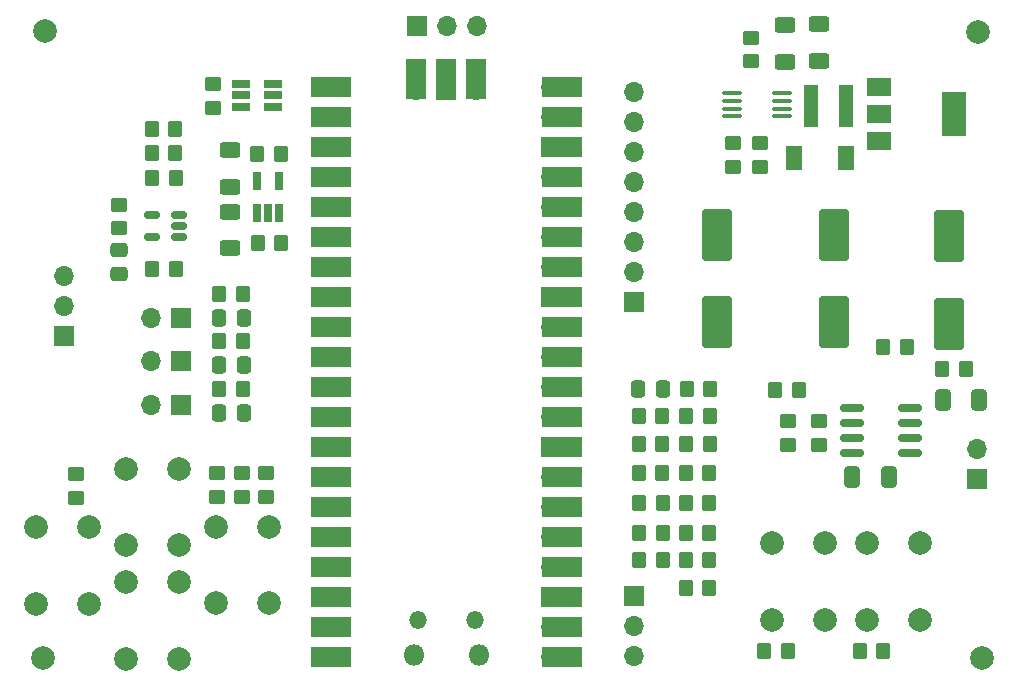
<source format=gbr>
%TF.GenerationSoftware,KiCad,Pcbnew,6.0.7-f9a2dced07~116~ubuntu20.04.1*%
%TF.CreationDate,2022-10-02T17:37:33+02:00*%
%TF.ProjectId,soundseeker,736f756e-6473-4656-956b-65722e6b6963,0.1*%
%TF.SameCoordinates,Original*%
%TF.FileFunction,Soldermask,Top*%
%TF.FilePolarity,Negative*%
%FSLAX46Y46*%
G04 Gerber Fmt 4.6, Leading zero omitted, Abs format (unit mm)*
G04 Created by KiCad (PCBNEW 6.0.7-f9a2dced07~116~ubuntu20.04.1) date 2022-10-02 17:37:33*
%MOMM*%
%LPD*%
G01*
G04 APERTURE LIST*
G04 Aperture macros list*
%AMRoundRect*
0 Rectangle with rounded corners*
0 $1 Rounding radius*
0 $2 $3 $4 $5 $6 $7 $8 $9 X,Y pos of 4 corners*
0 Add a 4 corners polygon primitive as box body*
4,1,4,$2,$3,$4,$5,$6,$7,$8,$9,$2,$3,0*
0 Add four circle primitives for the rounded corners*
1,1,$1+$1,$2,$3*
1,1,$1+$1,$4,$5*
1,1,$1+$1,$6,$7*
1,1,$1+$1,$8,$9*
0 Add four rect primitives between the rounded corners*
20,1,$1+$1,$2,$3,$4,$5,0*
20,1,$1+$1,$4,$5,$6,$7,0*
20,1,$1+$1,$6,$7,$8,$9,0*
20,1,$1+$1,$8,$9,$2,$3,0*%
G04 Aperture macros list end*
%ADD10C,2.000000*%
%ADD11R,1.560000X0.650000*%
%ADD12RoundRect,0.250000X0.475000X-0.337500X0.475000X0.337500X-0.475000X0.337500X-0.475000X-0.337500X0*%
%ADD13RoundRect,0.150000X0.512500X0.150000X-0.512500X0.150000X-0.512500X-0.150000X0.512500X-0.150000X0*%
%ADD14RoundRect,0.250000X0.450000X-0.350000X0.450000X0.350000X-0.450000X0.350000X-0.450000X-0.350000X0*%
%ADD15RoundRect,0.250000X-0.350000X-0.450000X0.350000X-0.450000X0.350000X0.450000X-0.350000X0.450000X0*%
%ADD16RoundRect,0.250000X0.350000X0.450000X-0.350000X0.450000X-0.350000X-0.450000X0.350000X-0.450000X0*%
%ADD17R,1.700000X1.700000*%
%ADD18O,1.700000X1.700000*%
%ADD19RoundRect,0.250000X-0.337500X-0.475000X0.337500X-0.475000X0.337500X0.475000X-0.337500X0.475000X0*%
%ADD20RoundRect,0.250000X0.412500X0.650000X-0.412500X0.650000X-0.412500X-0.650000X0.412500X-0.650000X0*%
%ADD21RoundRect,0.150000X0.825000X0.150000X-0.825000X0.150000X-0.825000X-0.150000X0.825000X-0.150000X0*%
%ADD22RoundRect,0.250000X0.625000X-0.400000X0.625000X0.400000X-0.625000X0.400000X-0.625000X-0.400000X0*%
%ADD23R,0.650000X1.560000*%
%ADD24R,1.700000X3.500000*%
%ADD25R,3.500000X1.700000*%
%ADD26O,1.800000X1.800000*%
%ADD27O,1.500000X1.500000*%
%ADD28R,2.000000X1.500000*%
%ADD29R,2.000000X3.800000*%
%ADD30RoundRect,0.100000X-0.712500X-0.100000X0.712500X-0.100000X0.712500X0.100000X-0.712500X0.100000X0*%
%ADD31RoundRect,0.250000X-1.000000X1.950000X-1.000000X-1.950000X1.000000X-1.950000X1.000000X1.950000X0*%
%ADD32R,1.400000X2.100000*%
%ADD33RoundRect,0.250000X-0.625000X0.400000X-0.625000X-0.400000X0.625000X-0.400000X0.625000X0.400000X0*%
%ADD34RoundRect,0.250000X-0.450000X0.350000X-0.450000X-0.350000X0.450000X-0.350000X0.450000X0.350000X0*%
%ADD35R,1.150000X3.600000*%
%ADD36RoundRect,0.250000X0.337500X0.475000X-0.337500X0.475000X-0.337500X-0.475000X0.337500X-0.475000X0*%
G04 APERTURE END LIST*
D10*
%TO.C,REF\u002A\u002A*%
X193900000Y-123275000D03*
%TD*%
%TO.C,REF\u002A\u002A*%
X193575000Y-70300000D03*
%TD*%
%TO.C,REF\u002A\u002A*%
X114400000Y-123275000D03*
%TD*%
%TO.C,REF\u002A\u002A*%
X114625000Y-70200000D03*
%TD*%
D11*
%TO.C,U5*%
X131225000Y-74700000D03*
X131225000Y-75650000D03*
X131225000Y-76600000D03*
X133925000Y-76600000D03*
X133925000Y-75650000D03*
X133925000Y-74700000D03*
%TD*%
D12*
%TO.C,C7*%
X120875000Y-88700000D03*
X120875000Y-90775000D03*
%TD*%
D13*
%TO.C,U4*%
X125912500Y-87675000D03*
X125912500Y-86725000D03*
X125912500Y-85775000D03*
X123637500Y-85775000D03*
X123637500Y-87675000D03*
%TD*%
D14*
%TO.C,C3*%
X174425000Y-72750000D03*
X174425000Y-70750000D03*
%TD*%
%TO.C,R18*%
X129175000Y-107625000D03*
X129175000Y-109625000D03*
%TD*%
D15*
%TO.C,R5*%
X168850000Y-112675000D03*
X170850000Y-112675000D03*
%TD*%
D16*
%TO.C,R12*%
X166875000Y-102800000D03*
X164875000Y-102800000D03*
%TD*%
D17*
%TO.C,J1*%
X193550000Y-108165000D03*
D18*
X193550000Y-105625000D03*
%TD*%
D14*
%TO.C,C13*%
X177475000Y-105225000D03*
X177475000Y-103225000D03*
%TD*%
D19*
%TO.C,C17*%
X129350000Y-98500000D03*
X131425000Y-98500000D03*
%TD*%
D17*
%TO.C,J4*%
X146110000Y-69775000D03*
D18*
X148650000Y-69775000D03*
X151190000Y-69775000D03*
%TD*%
D15*
%TO.C,C10*%
X123687500Y-90325000D03*
X125687500Y-90325000D03*
%TD*%
%TO.C,R31*%
X129350000Y-100500000D03*
X131350000Y-100500000D03*
%TD*%
D20*
%TO.C,C15*%
X193725000Y-101475000D03*
X190600000Y-101475000D03*
%TD*%
D21*
%TO.C,U3*%
X187850000Y-105905000D03*
X187850000Y-104635000D03*
X187850000Y-103365000D03*
X187850000Y-102095000D03*
X182900000Y-102095000D03*
X182900000Y-103365000D03*
X182900000Y-104635000D03*
X182900000Y-105905000D03*
%TD*%
D22*
%TO.C,C21*%
X130250000Y-83375000D03*
X130250000Y-80275000D03*
%TD*%
%TO.C,C2*%
X180150000Y-72725000D03*
X180150000Y-69625000D03*
%TD*%
D17*
%TO.C,J8*%
X126100000Y-94500000D03*
D18*
X123560000Y-94500000D03*
%TD*%
D23*
%TO.C,U6*%
X132550000Y-85575000D03*
X133500000Y-85575000D03*
X134450000Y-85575000D03*
X134450000Y-82875000D03*
X132550000Y-82875000D03*
%TD*%
D10*
%TO.C,SW1*%
X118350000Y-118675000D03*
X118350000Y-112175000D03*
X113850000Y-118675000D03*
X113850000Y-112175000D03*
%TD*%
D15*
%TO.C,R17*%
X168875000Y-102800000D03*
X170875000Y-102800000D03*
%TD*%
D10*
%TO.C,SW6*%
X188725000Y-120075000D03*
X188725000Y-113575000D03*
X184225000Y-120075000D03*
X184225000Y-113575000D03*
%TD*%
D16*
%TO.C,R24*%
X177475000Y-122650000D03*
X175475000Y-122650000D03*
%TD*%
D10*
%TO.C,SW5*%
X180675000Y-113525000D03*
X180675000Y-120025000D03*
X176175000Y-113525000D03*
X176175000Y-120025000D03*
%TD*%
D20*
%TO.C,C14*%
X186050000Y-107975000D03*
X182925000Y-107975000D03*
%TD*%
D18*
%TO.C,U2*%
X146050000Y-75160000D03*
D24*
X146050000Y-74260000D03*
X148590000Y-74260000D03*
D17*
X148590000Y-75160000D03*
D24*
X151130000Y-74260000D03*
D18*
X151130000Y-75160000D03*
D25*
X138800000Y-123190000D03*
D18*
X139700000Y-123190000D03*
X139700000Y-120650000D03*
D25*
X138800000Y-120650000D03*
X138800000Y-118110000D03*
D17*
X139700000Y-118110000D03*
D25*
X138800000Y-115570000D03*
D18*
X139700000Y-115570000D03*
X139700000Y-113030000D03*
D25*
X138800000Y-113030000D03*
D18*
X139700000Y-110490000D03*
D25*
X138800000Y-110490000D03*
D18*
X139700000Y-107950000D03*
D25*
X138800000Y-107950000D03*
X138800000Y-105410000D03*
D17*
X139700000Y-105410000D03*
D25*
X138800000Y-102870000D03*
D18*
X139700000Y-102870000D03*
D25*
X138800000Y-100330000D03*
D18*
X139700000Y-100330000D03*
X139700000Y-97790000D03*
D25*
X138800000Y-97790000D03*
X138800000Y-95250000D03*
D18*
X139700000Y-95250000D03*
D25*
X138800000Y-92710000D03*
D17*
X139700000Y-92710000D03*
D25*
X138800000Y-90170000D03*
D18*
X139700000Y-90170000D03*
X139700000Y-87630000D03*
D25*
X138800000Y-87630000D03*
X138800000Y-85090000D03*
D18*
X139700000Y-85090000D03*
X139700000Y-82550000D03*
D25*
X138800000Y-82550000D03*
D17*
X139700000Y-80010000D03*
D25*
X138800000Y-80010000D03*
D18*
X139700000Y-77470000D03*
D25*
X138800000Y-77470000D03*
X138800000Y-74930000D03*
D18*
X139700000Y-74930000D03*
X157480000Y-74930000D03*
D25*
X158380000Y-74930000D03*
X158380000Y-77470000D03*
D18*
X157480000Y-77470000D03*
D17*
X157480000Y-80010000D03*
D25*
X158380000Y-80010000D03*
D18*
X157480000Y-82550000D03*
D25*
X158380000Y-82550000D03*
D18*
X157480000Y-85090000D03*
D25*
X158380000Y-85090000D03*
X158380000Y-87630000D03*
D18*
X157480000Y-87630000D03*
D25*
X158380000Y-90170000D03*
D18*
X157480000Y-90170000D03*
D17*
X157480000Y-92710000D03*
D25*
X158380000Y-92710000D03*
X158380000Y-95250000D03*
D18*
X157480000Y-95250000D03*
X157480000Y-97790000D03*
D25*
X158380000Y-97790000D03*
D18*
X157480000Y-100330000D03*
D25*
X158380000Y-100330000D03*
D18*
X157480000Y-102870000D03*
D25*
X158380000Y-102870000D03*
X158380000Y-105410000D03*
D17*
X157480000Y-105410000D03*
D18*
X157480000Y-107950000D03*
D25*
X158380000Y-107950000D03*
X158380000Y-110490000D03*
D18*
X157480000Y-110490000D03*
X157480000Y-113030000D03*
D25*
X158380000Y-113030000D03*
D18*
X157480000Y-115570000D03*
D25*
X158380000Y-115570000D03*
X158380000Y-118110000D03*
D17*
X157480000Y-118110000D03*
D18*
X157480000Y-120650000D03*
D25*
X158380000Y-120650000D03*
D18*
X157480000Y-123190000D03*
D25*
X158380000Y-123190000D03*
D26*
X145865000Y-123060000D03*
D27*
X151015000Y-120030000D03*
X146165000Y-120030000D03*
D26*
X151315000Y-123060000D03*
%TD*%
D15*
%TO.C,R9*%
X168850000Y-107600000D03*
X170850000Y-107600000D03*
%TD*%
%TO.C,R20*%
X176425000Y-100625000D03*
X178425000Y-100625000D03*
%TD*%
D19*
%TO.C,C16*%
X129350000Y-94475000D03*
X131425000Y-94475000D03*
%TD*%
D15*
%TO.C,R7*%
X168850000Y-110150000D03*
X170850000Y-110150000D03*
%TD*%
D28*
%TO.C,Q1*%
X185250000Y-74950000D03*
D29*
X191550000Y-77250000D03*
D28*
X185250000Y-77250000D03*
X185250000Y-79550000D03*
%TD*%
D10*
%TO.C,SW4*%
X125925000Y-123350000D03*
X125925000Y-116850000D03*
X121425000Y-123350000D03*
X121425000Y-116850000D03*
%TD*%
D14*
%TO.C,C19*%
X128825000Y-76700000D03*
X128825000Y-74700000D03*
%TD*%
%TO.C,R28*%
X120875000Y-84900000D03*
X120875000Y-86900000D03*
%TD*%
%TO.C,R13*%
X117275000Y-107700000D03*
X117275000Y-109700000D03*
%TD*%
D15*
%TO.C,C4*%
X123700000Y-82625000D03*
X125700000Y-82625000D03*
%TD*%
D14*
%TO.C,R19*%
X131250000Y-107625000D03*
X131250000Y-109625000D03*
%TD*%
D19*
%TO.C,C18*%
X129350000Y-102500000D03*
X131425000Y-102500000D03*
%TD*%
D30*
%TO.C,U1*%
X172787500Y-75475000D03*
X172787500Y-76125000D03*
X172787500Y-76775000D03*
X172787500Y-77425000D03*
X177012500Y-77425000D03*
X177012500Y-76775000D03*
X177012500Y-76125000D03*
X177012500Y-75475000D03*
%TD*%
D15*
%TO.C,R3*%
X168850000Y-114950000D03*
X170850000Y-114950000D03*
%TD*%
D31*
%TO.C,C8*%
X191175000Y-87575000D03*
X191175000Y-94975000D03*
%TD*%
%TO.C,C11*%
X171500000Y-87425000D03*
X171500000Y-94825000D03*
%TD*%
D16*
%TO.C,R8*%
X166875000Y-107600000D03*
X164875000Y-107600000D03*
%TD*%
D15*
%TO.C,R27*%
X123650000Y-80500000D03*
X125650000Y-80500000D03*
%TD*%
D16*
%TO.C,R4*%
X166912500Y-112675000D03*
X164912500Y-112675000D03*
%TD*%
D22*
%TO.C,C1*%
X177250000Y-72800000D03*
X177250000Y-69700000D03*
%TD*%
D17*
%TO.C,J5*%
X116250000Y-96025000D03*
D18*
X116250000Y-93485000D03*
X116250000Y-90945000D03*
%TD*%
D32*
%TO.C,D1*%
X178025000Y-80975000D03*
X182425000Y-80975000D03*
%TD*%
D33*
%TO.C,C20*%
X130300000Y-85500000D03*
X130300000Y-88600000D03*
%TD*%
D15*
%TO.C,C22*%
X132550000Y-80600000D03*
X134550000Y-80600000D03*
%TD*%
%TO.C,R11*%
X168875000Y-105175000D03*
X170875000Y-105175000D03*
%TD*%
D34*
%TO.C,R16*%
X172850000Y-79675000D03*
X172850000Y-81675000D03*
%TD*%
D16*
%TO.C,R32*%
X134600000Y-88125000D03*
X132600000Y-88125000D03*
%TD*%
%TO.C,R26*%
X125650000Y-78500000D03*
X123650000Y-78500000D03*
%TD*%
D35*
%TO.C,L1*%
X179475000Y-76575000D03*
X182425000Y-76575000D03*
%TD*%
D10*
%TO.C,SW2*%
X133550000Y-112150000D03*
X133550000Y-118650000D03*
X129050000Y-118650000D03*
X129050000Y-112150000D03*
%TD*%
D17*
%TO.C,J3*%
X164450000Y-118000000D03*
D18*
X164450000Y-120540000D03*
X164450000Y-123080000D03*
%TD*%
D15*
%TO.C,R22*%
X185550000Y-96925000D03*
X187550000Y-96925000D03*
%TD*%
D16*
%TO.C,R1*%
X170837500Y-117375000D03*
X168837500Y-117375000D03*
%TD*%
D31*
%TO.C,C9*%
X181425000Y-87425000D03*
X181425000Y-94825000D03*
%TD*%
D14*
%TO.C,R21*%
X180175000Y-105225000D03*
X180175000Y-103225000D03*
%TD*%
D15*
%TO.C,R23*%
X190575000Y-98775000D03*
X192575000Y-98775000D03*
%TD*%
D16*
%TO.C,R6*%
X166912500Y-110150000D03*
X164912500Y-110150000D03*
%TD*%
D15*
%TO.C,C12*%
X168925000Y-100525000D03*
X170925000Y-100525000D03*
%TD*%
D14*
%TO.C,R15*%
X175150000Y-81675000D03*
X175150000Y-79675000D03*
%TD*%
D10*
%TO.C,SW3*%
X125925000Y-113750000D03*
X125925000Y-107250000D03*
X121425000Y-113750000D03*
X121425000Y-107250000D03*
%TD*%
D36*
%TO.C,C5*%
X166925000Y-100525000D03*
X164850000Y-100525000D03*
%TD*%
D15*
%TO.C,R29*%
X129350000Y-92475000D03*
X131350000Y-92475000D03*
%TD*%
D16*
%TO.C,R2*%
X166912500Y-114950000D03*
X164912500Y-114950000D03*
%TD*%
%TO.C,R25*%
X185600000Y-122700000D03*
X183600000Y-122700000D03*
%TD*%
D17*
%TO.C,J6*%
X126100000Y-98175000D03*
D18*
X123560000Y-98175000D03*
%TD*%
D16*
%TO.C,R10*%
X166875000Y-105175000D03*
X164875000Y-105175000D03*
%TD*%
D15*
%TO.C,R30*%
X129350000Y-96475000D03*
X131350000Y-96475000D03*
%TD*%
D17*
%TO.C,J7*%
X126100000Y-101850000D03*
D18*
X123560000Y-101850000D03*
%TD*%
D14*
%TO.C,R14*%
X133300000Y-107625000D03*
X133300000Y-109625000D03*
%TD*%
D17*
%TO.C,J2*%
X164500000Y-93150000D03*
D18*
X164500000Y-90610000D03*
X164500000Y-88070000D03*
X164500000Y-85530000D03*
X164500000Y-82990000D03*
X164500000Y-80450000D03*
X164500000Y-77910000D03*
X164500000Y-75370000D03*
%TD*%
M02*

</source>
